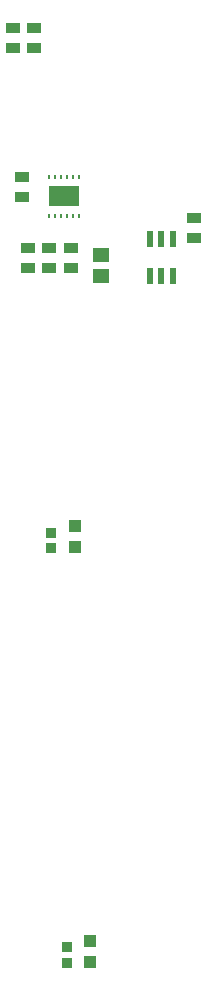
<source format=gbr>
%TF.GenerationSoftware,Altium Limited,Altium Designer,19.1.6 (110)*%
G04 Layer_Color=128*
%FSLAX26Y26*%
%MOIN*%
%TF.FileFunction,Paste,Bot*%
%TF.Part,Single*%
G01*
G75*
%TA.AperFunction,SMDPad,CuDef*%
%ADD11R,0.035433X0.033465*%
%ADD30R,0.043307X0.043307*%
%ADD31R,0.051181X0.033465*%
%ADD32R,0.057087X0.045276*%
%ADD33R,0.098425X0.066929*%
%ADD34R,0.009842X0.015748*%
%ADD35R,0.021654X0.055118*%
D11*
X41000Y-1590409D02*
D03*
Y-1641591D02*
D03*
X-12000Y-209410D02*
D03*
Y-260591D02*
D03*
D30*
X117000Y-1568567D02*
D03*
Y-1639433D02*
D03*
X67000Y-185567D02*
D03*
Y-256433D02*
D03*
D31*
X56000Y674535D02*
D03*
Y741465D02*
D03*
X-19000Y674535D02*
D03*
Y741465D02*
D03*
X-89000Y674535D02*
D03*
Y741465D02*
D03*
X-109000Y909535D02*
D03*
Y976465D02*
D03*
X466000Y840465D02*
D03*
Y773535D02*
D03*
X-70000Y1406535D02*
D03*
Y1473465D02*
D03*
X-140000Y1406535D02*
D03*
Y1473465D02*
D03*
D32*
X155000Y645567D02*
D03*
Y716433D02*
D03*
D33*
X31000Y913000D02*
D03*
D34*
X80213Y977961D02*
D03*
X60528D02*
D03*
X40843D02*
D03*
X21157D02*
D03*
X1472D02*
D03*
X-18213D02*
D03*
Y848039D02*
D03*
X1472D02*
D03*
X21157D02*
D03*
X40843D02*
D03*
X60528D02*
D03*
X80213D02*
D03*
D35*
X318598Y770008D02*
D03*
X356000D02*
D03*
X393401D02*
D03*
Y645992D02*
D03*
X356000D02*
D03*
X318598D02*
D03*
%TF.MD5,fd57e5606b923d60599dc32cbb443cac*%
M02*

</source>
